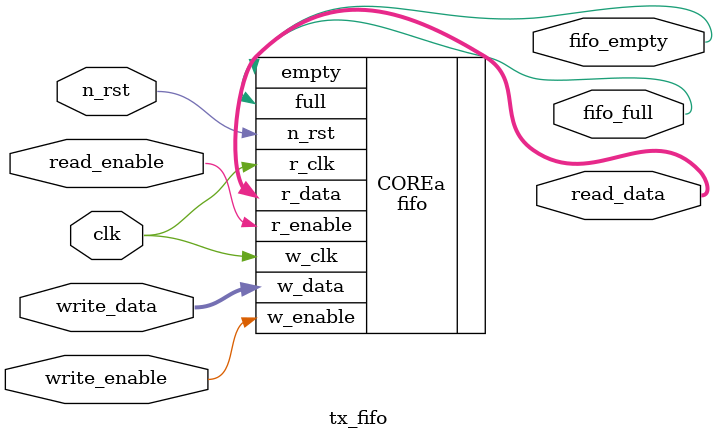
<source format=sv>
module tx_fifo
(
  input wire clk,
  input wire n_rst,
  input wire read_enable,
  input wire write_enable,
  input wire [7:0] write_data,
  output wire [7:0] read_data,
  output wire fifo_empty,
  output wire fifo_full
);

fifo COREa(
    .r_clk(clk),
    .w_clk(clk),
    .n_rst(n_rst),
    .r_enable(read_enable),
    .w_enable(write_enable),
    .w_data(write_data),
    .r_data(read_data),
    .empty(fifo_empty),
    .full(fifo_full)
);

endmodule

</source>
